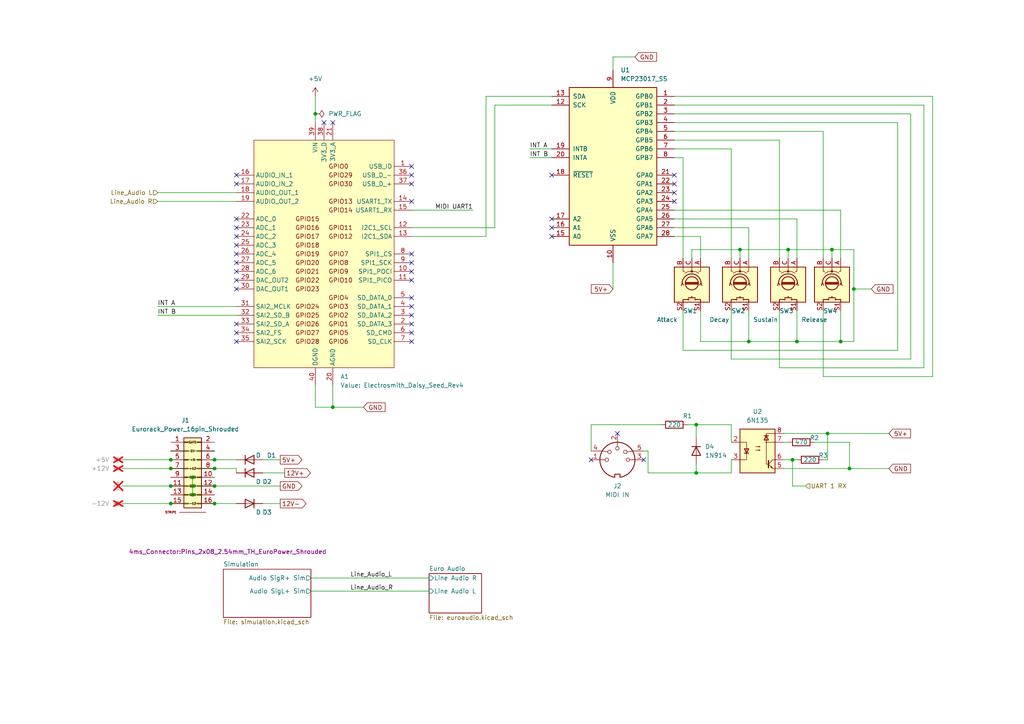
<source format=kicad_sch>
(kicad_sch (version 20230121) (generator eeschema)
  (paper "A4")
  (title_block (title "Daisy Seed FM Synth Eurorack Module") (rev "1.0"))
  (lib_symbols
    (symbol "Connector:DIN-5_180degree" (pin_names (offset 1.016))
      (property "Reference" "J" (at 3.175 5.715 0))
      (property "Value" "DIN-5_180degree" (at 0 -6.35 0))
      (symbol "DIN-5_180degree_0_1"
        (arc (start -5.08 0) (mid -3.8609 -3.3364) (end -0.762 -5.08) (stroke (width 0.254)))
        (circle (center -3.048 0) (radius 0.508))
        (circle (center -2.286 2.286) (radius 0.508))
        (polyline (pts (xy -5.08 0) (xy -3.556 0)))
        (polyline (pts (xy 0 5.08) (xy 0 3.81)))
        (polyline (pts (xy 5.08 0) (xy 3.556 0)))
        (polyline (pts (xy -5.08 2.54) (xy -4.318 2.54) (xy -2.794 2.286)))
        (polyline (pts (xy 5.08 2.54) (xy 4.318 2.54) (xy 2.794 2.286)))
        (polyline (pts (xy -0.762 -4.953) (xy -0.762 -4.191) (xy 0.762 -4.191) (xy 0.762 -4.953)) (stroke (width 0.254)))
        (circle (center 0 3.302) (radius 0.508))
        (arc (start 0.762 -5.08) (mid 3.8685 -3.343) (end 5.08 0) (stroke (width 0.254)))
        (circle (center 2.286 2.286) (radius 0.508))
        (circle (center 3.048 0) (radius 0.508))
        (arc (start 5.08 0) (mid 0 5.0579) (end -5.08 0) (stroke (width 0.254)))
      )
      (symbol "DIN-5_180degree_1_1"
        (pin passive line (at -7.62 0 0) (length 2.54) (name "~") (number "1"))
        (pin passive line (at 0 7.62 270) (length 2.54) (name "~") (number "2"))
        (pin passive line (at 7.62 0 180) (length 2.54) (name "~") (number "3"))
        (pin passive line (at -7.62 2.54 0) (length 2.54) (name "~") (number "4"))
        (pin passive line (at 7.62 2.54 180) (length 2.54) (name "~") (number "5"))
      )
    )
    (symbol "Device:D" (pin_numbers hide) (pin_names (offset 1.016) hide)
      (property "Reference" "D" (at 0 2.54 0))
      (property "Value" "D" (at 0 -2.54 0))
      (symbol "D_0_1"
        (polyline (pts (xy -1.27 1.27) (xy -1.27 -1.27)) (stroke (width 0.254)))
        (polyline (pts (xy 1.27 0) (xy -1.27 0)))
        (polyline (pts (xy 1.27 1.27) (xy 1.27 -1.27) (xy -1.27 0) (xy 1.27 1.27)) (stroke (width 0.254)))
      )
      (symbol "D_1_1"
        (pin passive line (at -3.81 0 0) (length 2.54) (name "K") (number "1"))
        (pin passive line (at 3.81 0 180) (length 2.54) (name "A") (number "2"))
      )
    )
    (symbol "Device:R" (pin_numbers hide) (pin_names (offset 0))
      (property "Reference" "R" (at 2.032 0 90))
      (property "Value" "R" (at 0 0 90))
      (symbol "R_0_1"
        (rectangle (start -1.016 -2.54) (end 1.016 2.54) (stroke (width 0.254)))
      )
      (symbol "R_1_1"
        (pin passive line (at 0 3.81 270) (length 1.27) (name "~") (number "1"))
        (pin passive line (at 0 -3.81 90) (length 1.27) (name "~") (number "2"))
      )
    )
    (symbol "Device:RotaryEncoder_Switch" (pin_names (offset 0.254) hide)
      (property "Reference" "SW" (at 0 6.604 0))
      (property "Value" "RotaryEncoder_Switch" (at 0 -6.604 0))
      (symbol "RotaryEncoder_Switch_0_1"
        (rectangle (start -5.08 5.08) (end 5.08 -5.08) (stroke (width 0.254)) (fill (type background)))
        (circle (center -3.81 0) (radius 0.254) (fill (type outline)))
        (circle (center -0.381 0) (radius 1.905) (stroke (width 0.254)))
        (arc (start -0.381 2.667) (mid -3.0988 -0.0635) (end -0.381 -2.794) (stroke (width 0.254)))
        (polyline (pts (xy -0.635 -1.778) (xy -0.635 1.778)) (stroke (width 0.254)))
        (polyline (pts (xy -0.381 -1.778) (xy -0.381 1.778)) (stroke (width 0.254)))
        (polyline (pts (xy -0.127 1.778) (xy -0.127 -1.778)) (stroke (width 0.254)))
        (polyline (pts (xy 3.81 0) (xy 3.429 0)) (stroke (width 0.254)))
        (polyline (pts (xy 3.81 1.016) (xy 3.81 -1.016)) (stroke (width 0.254)))
        (polyline (pts (xy -5.08 -2.54) (xy -3.81 -2.54) (xy -3.81 -2.032)))
        (polyline (pts (xy -5.08 2.54) (xy -3.81 2.54) (xy -3.81 2.032)))
        (polyline (pts (xy 0.254 -3.048) (xy -0.508 -2.794) (xy 0.127 -2.413)) (stroke (width 0.254)))
        (polyline (pts (xy 0.254 2.921) (xy -0.508 2.667) (xy 0.127 2.286)) (stroke (width 0.254)))
        (polyline (pts (xy 5.08 -2.54) (xy 4.318 -2.54) (xy 4.318 -1.016)) (stroke (width 0.254)))
        (polyline (pts (xy 5.08 2.54) (xy 4.318 2.54) (xy 4.318 1.016)) (stroke (width 0.254)))
        (polyline (pts (xy -5.08 0) (xy -3.81 0) (xy -3.81 -1.016) (xy -3.302 -2.032)))
        (polyline (pts (xy -4.318 0) (xy -3.81 0) (xy -3.81 1.016) (xy -3.302 2.032)))
        (circle (center 4.318 -1.016) (radius 0.127) (stroke (width 0.254)))
        (circle (center 4.318 1.016) (radius 0.127) (stroke (width 0.254)))
      )
      (symbol "RotaryEncoder_Switch_1_1"
        (pin passive line (at -7.62 2.54 0) (length 2.54) (name "A") (number "A"))
        (pin passive line (at -7.62 -2.54 0) (length 2.54) (name "B") (number "B"))
        (pin passive line (at -7.62 0 0) (length 2.54) (name "C") (number "C"))
        (pin passive line (at 7.62 2.54 180) (length 2.54) (name "S1") (number "S1"))
        (pin passive line (at 7.62 -2.54 180) (length 2.54) (name "S2") (number "S2"))
      )
    )
    (symbol "Diode:1N914" (pin_numbers hide) (pin_names hide)
      (property "Reference" "D" (at 0 2.54 0))
      (property "Value" "1N914" (at 0 -2.54 0))
      (symbol "1N914_0_1"
        (polyline (pts (xy -1.27 1.27) (xy -1.27 -1.27)) (stroke (width 0.254)))
        (polyline (pts (xy 1.27 0) (xy -1.27 0)))
        (polyline (pts (xy 1.27 1.27) (xy 1.27 -1.27) (xy -1.27 0) (xy 1.27 1.27)) (stroke (width 0.254)))
      )
      (symbol "1N914_1_1"
        (pin passive line (at -3.81 0 0) (length 2.54) (name "K") (number "1"))
        (pin passive line (at 3.81 0 180) (length 2.54) (name "A") (number "2"))
      )
    )
    (symbol "Interface_Expansion:MCP23017_SS" (pin_names (offset 1.016))
      (property "Reference" "U" (at -11.43 24.13 0))
      (property "Value" "MCP23017_SS" (at 0 0 0))
      (symbol "MCP23017_SS_0_1"
        (rectangle (start -12.7 22.86) (end 12.7 -22.86) (stroke (width 0.254)) (fill (type background)))
      )
      (symbol "MCP23017_SS_1_1"
        (pin bidirectional line (at 17.78 20.32 180) (length 5.08) (name "GPB0") (number "1"))
        (pin power_in line (at 0 -27.94 90) (length 5.08) (name "VSS") (number "10"))
        (pin no_connect line (at -12.7 15.24 0) (length 5.08) hide (name "NC") (number "11"))
        (pin input line (at -17.78 17.78 0) (length 5.08) (name "SCK") (number "12"))
        (pin bidirectional line (at -17.78 20.32 0) (length 5.08) (name "SDA") (number "13"))
        (pin no_connect line (at -12.7 12.7 0) (length 5.08) hide (name "NC") (number "14"))
        (pin input line (at -17.78 -20.32 0) (length 5.08) (name "A0") (number "15"))
        (pin input line (at -17.78 -17.78 0) (length 5.08) (name "A1") (number "16"))
        (pin input line (at -17.78 -15.24 0) (length 5.08) (name "A2") (number "17"))
        (pin input line (at -17.78 -2.54 0) (length 5.08) (name "~{RESET}") (number "18"))
        (pin tri_state line (at -17.78 5.08 0) (length 5.08) (name "INTB") (number "19"))
        (pin bidirectional line (at 17.78 17.78 180) (length 5.08) (name "GPB1") (number "2"))
        (pin tri_state line (at -17.78 2.54 0) (length 5.08) (name "INTA") (number "20"))
        (pin bidirectional line (at 17.78 -2.54 180) (length 5.08) (name "GPA0") (number "21"))
        (pin bidirectional line (at 17.78 -5.08 180) (length 5.08) (name "GPA1") (number "22"))
        (pin bidirectional line (at 17.78 -7.62 180) (length 5.08) (name "GPA2") (number "23"))
        (pin bidirectional line (at 17.78 -10.16 180) (length 5.08) (name "GPA3") (number "24"))
        (pin bidirectional line (at 17.78 -12.7 180) (length 5.08) (name "GPA4") (number "25"))
        (pin bidirectional line (at 17.78 -15.24 180) (length 5.08) (name "GPA5") (number "26"))
        (pin bidirectional line (at 17.78 -17.78 180) (length 5.08) (name "GPA6") (number "27"))
        (pin bidirectional line (at 17.78 -20.32 180) (length 5.08) (name "GPA7") (number "28"))
        (pin bidirectional line (at 17.78 15.24 180) (length 5.08) (name "GPB2") (number "3"))
        (pin bidirectional line (at 17.78 12.7 180) (length 5.08) (name "GPB3") (number "4"))
        (pin bidirectional line (at 17.78 10.16 180) (length 5.08) (name "GPB4") (number "5"))
        (pin bidirectional line (at 17.78 7.62 180) (length 5.08) (name "GPB5") (number "6"))
        (pin bidirectional line (at 17.78 5.08 180) (length 5.08) (name "GPB6") (number "7"))
        (pin bidirectional line (at 17.78 2.54 180) (length 5.08) (name "GPB7") (number "8"))
        (pin power_in line (at 0 27.94 270) (length 5.08) (name "VDD") (number "9"))
      )
    )
    (symbol "Isolator:6N135" (pin_names (offset 1.016))
      (property "Reference" "U" (at -5.08 7.62 0))
      (property "Value" "6N135" (at 0 7.62 0))
      (symbol "6N135_0_1"
        (rectangle (start -5.08 6.35) (end 5.08 -6.35) (stroke (width 0.254)) (fill (type background)))
        (polyline (pts (xy -3.81 -0.635) (xy -2.54 -0.635)) (stroke (width 0.254)))
        (polyline (pts (xy 1.905 4.445) (xy 3.175 4.445)) (stroke (width 0.254)))
        (polyline (pts (xy 3.175 -2.794) (xy 3.175 -4.826)) (stroke (width 0.3556)))
        (polyline (pts (xy 3.302 -3.937) (xy 4.445 -5.08)))
        (polyline (pts (xy 3.302 -3.683) (xy 4.445 -2.54)))
        (polyline (pts (xy 5.08 -5.08) (xy 4.445 -5.08)))
        (polyline (pts (xy 5.08 -2.54) (xy 4.445 -2.54)))
        (polyline (pts (xy 5.08 2.54) (xy 2.54 2.54)))
        (polyline (pts (xy -5.08 2.54) (xy -3.175 2.54) (xy -3.175 -2.54) (xy -5.08 -2.54)))
        (polyline (pts (xy -3.175 -0.635) (xy -3.81 0.635) (xy -2.54 0.635) (xy -3.175 -0.635)) (stroke (width 0.254)))
        (polyline (pts (xy 2.54 4.445) (xy 1.905 3.175) (xy 3.175 3.175) (xy 2.54 4.445)) (stroke (width 0.254)))
        (polyline (pts (xy 4.318 -4.953) (xy 4.064 -4.445) (xy 3.81 -4.699) (xy 4.318 -4.953)))
        (polyline (pts (xy 5.08 5.08) (xy 2.54 5.08) (xy 2.54 -3.81) (xy 3.175 -3.81)))
        (polyline (pts (xy -0.508 0.254) (xy 0.762 0.254) (xy 0.381 0.127) (xy 0.381 0.381) (xy 0.762 0.254)))
        (polyline (pts (xy -0.508 1.27) (xy 0.762 1.27) (xy 0.381 1.143) (xy 0.381 1.397) (xy 0.762 1.27)))
        (circle (center 2.54 2.54) (radius 0.127))
      )
      (symbol "6N135_1_1"
        (pin no_connect line (at -5.08 5.08 0) (length 2.54) hide (name "NC") (number "1"))
        (pin passive line (at -7.62 2.54 0) (length 2.54) (name "~") (number "2"))
        (pin passive line (at -7.62 -2.54 0) (length 2.54) (name "~") (number "3"))
        (pin no_connect line (at -5.08 -5.08 0) (length 2.54) hide (name "NC") (number "4"))
        (pin passive line (at 7.62 -5.08 180) (length 2.54) (name "~") (number "5"))
        (pin passive line (at 7.62 -2.54 180) (length 2.54) (name "~") (number "6"))
        (pin passive line (at 7.62 2.54 180) (length 2.54) (name "~") (number "7"))
        (pin passive line (at 7.62 5.08 180) (length 2.54) (name "~") (number "8"))
      )
    )
    (symbol "MCU_Module:Electrosmith_Daisy_Seed_Rev4"
      (property "Reference" "A" (at -20.32 34.29 0))
      (property "Value" "Electrosmith_Daisy_Seed_Rev4" (at 33.02 34.29 0))
      (symbol "Electrosmith_Daisy_Seed_Rev4_0_0"
        (text "GPIO0" (at 1.27 25.4 0) (effects (font (size 1.27 1.27)) (justify left)))
        (text "GPIO1" (at 1.27 -20.32 0) (effects (font (size 1.27 1.27)) (justify left)))
        (text "GPIO10" (at 1.27 -7.62 0) (effects (font (size 1.27 1.27)) (justify left)))
        (text "GPIO11" (at 1.27 7.62 0) (effects (font (size 1.27 1.27)) (justify left)))
        (text "GPIO12" (at 1.27 5.08 0) (effects (font (size 1.27 1.27)) (justify left)))
        (text "GPIO13" (at 1.27 15.24 0) (effects (font (size 1.27 1.27)) (justify left)))
        (text "GPIO14" (at 1.27 12.7 0) (effects (font (size 1.27 1.27)) (justify left)))
        (text "GPIO15" (at -1.27 10.16 0) (effects (font (size 1.27 1.27)) (justify right)))
        (text "GPIO16" (at -1.27 7.62 0) (effects (font (size 1.27 1.27)) (justify right)))
        (text "GPIO17" (at -1.27 5.08 0) (effects (font (size 1.27 1.27)) (justify right)))
        (text "GPIO18" (at -1.27 2.54 0) (effects (font (size 1.27 1.27)) (justify right)))
        (text "GPIO19" (at -1.27 0 0) (effects (font (size 1.27 1.27)) (justify right)))
        (text "GPIO2" (at 1.27 -17.78 0) (effects (font (size 1.27 1.27)) (justify left)))
        (text "GPIO20" (at -1.27 -2.54 0) (effects (font (size 1.27 1.27)) (justify right)))
        (text "GPIO21" (at -1.27 -5.08 0) (effects (font (size 1.27 1.27)) (justify right)))
        (text "GPIO22" (at -1.27 -7.62 0) (effects (font (size 1.27 1.27)) (justify right)))
        (text "GPIO23" (at -1.27 -10.16 0) (effects (font (size 1.27 1.27)) (justify right)))
        (text "GPIO24" (at -1.27 -15.24 0) (effects (font (size 1.27 1.27)) (justify right)))
        (text "GPIO25" (at -1.27 -17.78 0) (effects (font (size 1.27 1.27)) (justify right)))
        (text "GPIO26" (at -1.27 -20.32 0) (effects (font (size 1.27 1.27)) (justify right)))
        (text "GPIO27" (at -1.27 -22.86 0) (effects (font (size 1.27 1.27)) (justify right)))
        (text "GPIO28" (at -1.27 -25.4 0) (effects (font (size 1.27 1.27)) (justify right)))
        (text "GPIO29" (at 1.27 22.86 0) (effects (font (size 1.27 1.27)) (justify left)))
        (text "GPIO3" (at 1.27 -15.24 0) (effects (font (size 1.27 1.27)) (justify left)))
        (text "GPIO30" (at 1.27 20.32 0) (effects (font (size 1.27 1.27)) (justify left)))
        (text "GPIO4" (at 1.27 -12.7 0) (effects (font (size 1.27 1.27)) (justify left)))
        (text "GPIO5" (at 1.27 -22.86 0) (effects (font (size 1.27 1.27)) (justify left)))
        (text "GPIO6" (at 1.27 -25.4 0) (effects (font (size 1.27 1.27)) (justify left)))
        (text "GPIO7" (at 1.27 0 0) (effects (font (size 1.27 1.27)) (justify left)))
        (text "GPIO8" (at 1.27 -2.54 0) (effects (font (size 1.27 1.27)) (justify left)))
        (text "GPIO9" (at 1.27 -5.08 0) (effects (font (size 1.27 1.27)) (justify left)))
        (pin bidirectional line (at 25.4 25.4 180) (length 5.08) (name "USB_ID") (number "1"))
        (pin bidirectional line (at 25.4 -5.08 180) (length 5.08) (name "SPI1_POCI") (number "10"))
        (pin bidirectional line (at 25.4 -7.62 180) (length 5.08) (name "SPI1_PICO") (number "11"))
        (pin bidirectional line (at 25.4 7.62 180) (length 5.08) (name "I2C1_SCL") (number "12"))
        (pin bidirectional line (at 25.4 5.08 180) (length 5.08) (name "I2C1_SDA") (number "13"))
        (pin bidirectional line (at 25.4 15.24 180) (length 5.08) (name "USART1_TX") (number "14"))
        (pin bidirectional line (at 25.4 12.7 180) (length 5.08) (name "USART1_RX") (number "15"))
        (pin input line (at -25.4 22.86 0) (length 5.08) (name "AUDIO_IN_1") (number "16"))
        (pin input line (at -25.4 20.32 0) (length 5.08) (name "AUDIO_IN_2") (number "17"))
        (pin output line (at -25.4 17.78 0) (length 5.08) (name "AUDIO_OUT_1") (number "18"))
        (pin output line (at -25.4 15.24 0) (length 5.08) (name "AUDIO_OUT_2") (number "19"))
        (pin bidirectional line (at 25.4 -20.32 180) (length 5.08) (name "SD_DATA_3") (number "2"))
        (pin power_in line (at 2.54 -38.1 90) (length 5.08) (name "AGND") (number "20"))
        (pin power_out line (at 2.54 38.1 270) (length 5.08) (name "3V3_A") (number "21"))
        (pin bidirectional line (at -25.4 10.16 0) (length 5.08) (name "ADC_0") (number "22"))
        (pin bidirectional line (at -25.4 7.62 0) (length 5.08) (name "ADC_1") (number "23"))
        (pin bidirectional line (at -25.4 5.08 0) (length 5.08) (name "ADC_2") (number "24"))
        (pin bidirectional line (at -25.4 2.54 0) (length 5.08) (name "ADC_3") (number "25"))
        (pin bidirectional line (at -25.4 0 0) (length 5.08) (name "ADC_4") (number "26"))
        (pin bidirectional line (at -25.4 -2.54 0) (length 5.08) (name "ADC_5") (number "27"))
        (pin bidirectional line (at -25.4 -5.08 0) (length 5.08) (name "ADC_6") (number "28"))
        (pin bidirectional line (at -25.4 -7.62 0) (length 5.08) (name "DAC_OUT2") (number "29"))
        (pin bidirectional line (at 25.4 -17.78 180) (length 5.08) (name "SD_DATA_2") (number "3"))
        (pin bidirectional line (at -25.4 -10.16 0) (length 5.08) (name "DAC_OUT1") (number "30"))
        (pin bidirectional line (at -25.4 -15.24 0) (length 5.08) (name "SAI2_MCLK") (number "31"))
        (pin bidirectional line (at -25.4 -17.78 0) (length 5.08) (name "SAI2_SD_B") (number "32"))
        (pin bidirectional line (at -25.4 -20.32 0) (length 5.08) (name "SAI2_SD_A") (number "33"))
        (pin bidirectional line (at -25.4 -22.86 0) (length 5.08) (name "SAI2_FS") (number "34"))
        (pin bidirectional line (at -25.4 -25.4 0) (length 5.08) (name "SAI2_SCK") (number "35"))
        (pin bidirectional line (at 25.4 22.86 180) (length 5.08) (name "USB_D_-") (number "36"))
        (pin bidirectional line (at 25.4 20.32 180) (length 5.08) (name "USB_D_+") (number "37"))
        (pin power_out line (at 0 38.1 270) (length 5.08) (name "3V3_D") (number "38"))
        (pin power_in line (at -2.54 38.1 270) (length 5.08) (name "VIN") (number "39"))
        (pin bidirectional line (at 25.4 -15.24 180) (length 5.08) (name "SD_DATA_1") (number "4"))
        (pin power_in line (at -2.54 -38.1 90) (length 5.08) (name "DGND") (number "40"))
        (pin bidirectional line (at 25.4 -12.7 180) (length 5.08) (name "SD_DATA_0") (number "5"))
        (pin bidirectional line (at 25.4 -22.86 180) (length 5.08) (name "SD_CMD") (number "6"))
        (pin bidirectional line (at 25.4 -25.4 180) (length 5.08) (name "SD_CLK") (number "7"))
        (pin bidirectional line (at 25.4 0 180) (length 5.08) (name "SPI1_CS") (number "8"))
        (pin bidirectional line (at 25.4 -2.54 180) (length 5.08) (name "SPI1_SCK") (number "9"))
      )
      (symbol "Electrosmith_Daisy_Seed_Rev4_0_1"
        (rectangle (start -20.32 33.02) (end 20.32 -33.02) (fill (type background)))
      )
    )
    (symbol "PCM_4ms_Connector:Eurorack_Power_16pin_Shrouded" (pin_names (offset 0.0254) hide)
      (property "Reference" "J" (at 0 11.43 0))
      (property "Value" "Eurorack_Power_16pin_Shrouded" (at 0 13.97 0))
      (symbol "Eurorack_Power_16pin_Shrouded_0_0"
        (text "+12" (at 0 1.27 0) (effects (font (size 0.635 0.635))))
        (text "+5" (at 0 3.81 0) (effects (font (size 0.635 0.635))))
        (text "-12" (at 0 -8.89 0) (effects (font (size 0.635 0.635))))
        (text "CV" (at 0 6.35 0) (effects (font (size 0.635 0.635))))
        (text "GATE" (at 0 8.89 0) (effects (font (size 0.635 0.635))))
        (text "GND" (at 0 -6.35 0) (effects (font (size 0.635 0.635))))
        (text "GND" (at 0 -3.81 0) (effects (font (size 0.635 0.635))))
        (text "GND" (at 0 -1.27 0) (effects (font (size 0.635 0.635))))
        (text "STRIPE" (at -6.35 -11.43 0) (effects (font (size 0.635 0.635))))
      )
      (symbol "Eurorack_Power_16pin_Shrouded_0_1"
        (rectangle (start -2.54 -8.763) (end -1.27 -9.017))
        (rectangle (start -2.54 -6.223) (end -1.27 -6.477))
        (rectangle (start -2.54 -3.683) (end -1.27 -3.937))
        (rectangle (start -2.54 -1.143) (end -1.27 -1.397))
        (rectangle (start -2.54 1.397) (end -1.27 1.143))
        (rectangle (start -2.54 3.937) (end -1.27 3.683))
        (rectangle (start -2.54 6.477) (end -1.27 6.223))
        (rectangle (start -2.54 9.017) (end -1.27 8.763))
        (rectangle (start -2.54 10.16) (end 2.54 -10.16) (stroke (width 0.254)) (fill (type background)))
        (polyline (pts (xy -3.81 -11.43) (xy 3.81 -11.43) (xy 1.27 -11.43)))
        (rectangle (start 1.27 -8.763) (end 2.54 -9.017))
        (rectangle (start 1.27 -6.223) (end 2.54 -6.477))
        (rectangle (start 1.27 -3.683) (end 2.54 -3.937))
        (rectangle (start 1.27 -1.143) (end 2.54 -1.397))
        (rectangle (start 1.27 1.397) (end 2.54 1.143))
        (rectangle (start 1.27 3.937) (end 2.54 3.683))
        (rectangle (start 1.27 6.477) (end 2.54 6.223))
        (rectangle (start 1.27 9.017) (end 2.54 8.763))
      )
      (symbol "Eurorack_Power_16pin_Shrouded_1_1"
        (pin passive line (at -6.35 8.89 0) (length 3.81) (name "P1") (number "1"))
        (pin passive line (at 6.35 -1.27 180) (length 3.81) (name "GND") (number "10"))
        (pin passive line (at -6.35 -3.81 0) (length 3.81) (name "GND") (number "11"))
        (pin passive line (at 6.35 -3.81 180) (length 3.81) (name "GND") (number "12"))
        (pin passive line (at -6.35 -6.35 0) (length 3.81) (name "-12") (number "13"))
        (pin passive line (at 6.35 -6.35 180) (length 3.81) (name "-12V") (number "14"))
        (pin passive line (at -6.35 -8.89 0) (length 3.81) (name "-12V") (number "15"))
        (pin passive line (at 6.35 -8.89 180) (length 3.81) (name "P16") (number "16"))
        (pin passive line (at 6.35 8.89 180) (length 3.81) (name "P2") (number "2"))
        (pin passive line (at -6.35 6.35 0) (length 3.81) (name "P3") (number "3"))
        (pin passive line (at 6.35 6.35 180) (length 3.81) (name "P4") (number "4"))
        (pin passive line (at -6.35 3.81 0) (length 3.81) (name "+12V") (number "5"))
        (pin passive line (at 6.35 3.81 180) (length 3.81) (name "P6") (number "6"))
        (pin passive line (at -6.35 1.27 0) (length 3.81) (name "12V") (number "7"))
        (pin passive line (at 6.35 1.27 180) (length 3.81) (name "+12V") (number "8"))
        (pin passive line (at -6.35 -1.27 0) (length 3.81) (name "GND") (number "9"))
      )
    )
    (symbol "power:+12V" (power) (pin_names (offset 0))
      (property "Value" "+12V" (at 0 3.556 0))
      (symbol "+12V_0_1"
        (polyline (pts (xy -0.762 1.27) (xy 0 2.54)))
        (polyline (pts (xy 0 0) (xy 0 2.54)))
        (polyline (pts (xy 0 2.54) (xy 0.762 1.27)))
      )
      (symbol "+12V_1_1"
        (pin power_in line (at 0 0 90) (length 0) hide (name "+12V") (number "1"))
      )
    )
    (symbol "power:+5V" (power) (pin_names (offset 0))
      (property "Value" "+5V" (at 0 3.556 0))
      (symbol "+5V_0_1"
        (polyline (pts (xy -0.762 1.27) (xy 0 2.54)))
        (polyline (pts (xy 0 0) (xy 0 2.54)))
        (polyline (pts (xy 0 2.54) (xy 0.762 1.27)))
      )
      (symbol "+5V_1_1"
        (pin power_in line (at 0 0 90) (length 0) hide (name "+5V") (number "1"))
      )
    )
    (symbol "power:-12V" (power) (pin_names (offset 0))
      (property "Value" "-12V" (at 0 3.81 0))
      (symbol "-12V_0_0"
        (pin power_in line (at 0 0 90) (length 0) hide (name "-12V") (number "1"))
      )
      (symbol "-12V_0_1"
        (polyline (pts (xy 0 0) (xy 0 1.27) (xy 0.762 1.27) (xy 0 2.54) (xy -0.762 1.27) (xy 0 1.27)) (fill (type outline)))
      )
    )
    (symbol "power:GND" (power) (pin_names (offset 0))
      (property "Value" "GND" (at 0 -3.81 0))
      (symbol "GND_0_1"
        (polyline (pts (xy 0 0) (xy 0 -1.27) (xy 1.27 -1.27) (xy 0 -2.54) (xy -1.27 -1.27) (xy 0 -1.27)))
      )
      (symbol "GND_1_1"
        (pin power_in line (at 0 0 270) (length 0) hide (name "GND") (number "1"))
      )
    )
    (symbol "power:PWR_FLAG" (power) (pin_numbers hide) (pin_names (offset 0) hide)
      (property "Value" "PWR_FLAG" (at 0 3.81 0))
      (symbol "PWR_FLAG_0_0"
        (pin power_out line (at 0 0 90) (length 0) (name "pwr") (number "1"))
      )
      (symbol "PWR_FLAG_0_1"
        (polyline (pts (xy 0 0) (xy 0 1.27) (xy -1.016 1.905) (xy 0 2.54) (xy 1.016 1.905) (xy 0 1.27)))
      )
    )
  )
  (junction (at 229.87 133.35))
  (junction (at 240.03 125.73))
  (junction (at 96.52 118.11))
  (junction (at 243.84 99.06))
  (junction (at 201.93 137.16))
  (junction (at 214.63 72.39))
  (junction (at 55.88 138.43))
  (junction (at 62.23 140.97))
  (junction (at 62.23 146.05))
  (junction (at 247.65 83.82))
  (junction (at 91.44 33.02))
  (junction (at 217.17 99.06))
  (junction (at 49.53 133.35))
  (junction (at 228.6 72.39))
  (junction (at 62.23 133.35))
  (junction (at 62.23 135.89))
  (junction (at 241.3 72.39))
  (junction (at 49.53 146.05))
  (junction (at 231.14 99.06))
  (junction (at 49.53 140.97))
  (junction (at 201.93 123.19))
  (junction (at 55.88 140.97))
  (junction (at 49.53 135.89))
  (junction (at 55.88 143.51))
  (junction (at 246.38 135.89))
  (no_connect (at 68.58 83.82))
  (no_connect (at 68.58 99.06))
  (no_connect (at 68.58 71.12))
  (no_connect (at 68.58 96.52))
  (no_connect (at 119.38 96.52))
  (no_connect (at 119.38 91.44))
  (no_connect (at 68.58 68.58))
  (no_connect (at 195.58 58.42))
  (no_connect (at 68.58 50.8))
  (no_connect (at 119.38 53.34))
  (no_connect (at 119.38 99.06))
  (no_connect (at 186.69 133.35))
  (no_connect (at 160.02 63.5))
  (no_connect (at 119.38 78.74))
  (no_connect (at 119.38 86.36))
  (no_connect (at 195.58 50.8))
  (no_connect (at 119.38 50.8))
  (no_connect (at 68.58 81.28))
  (no_connect (at 119.38 73.66))
  (no_connect (at 160.02 66.04))
  (no_connect (at 68.58 78.74))
  (no_connect (at 171.45 133.35))
  (no_connect (at 68.58 76.2))
  (no_connect (at 195.58 55.88))
  (no_connect (at 119.38 81.28))
  (no_connect (at 179.07 125.73))
  (no_connect (at 160.02 68.58))
  (no_connect (at 119.38 76.2))
  (no_connect (at 195.58 53.34))
  (no_connect (at 119.38 48.26))
  (no_connect (at 68.58 66.04))
  (no_connect (at 68.58 73.66))
  (no_connect (at 160.02 50.8))
  (no_connect (at 93.98 35.56))
  (no_connect (at 119.38 58.42))
  (no_connect (at 119.38 88.9))
  (no_connect (at 68.58 93.98))
  (no_connect (at 96.52 35.56))
  (no_connect (at 68.58 53.34))
  (no_connect (at 119.38 93.98))
  (no_connect (at 68.58 63.5))
  (wire (pts (xy 45.72 88.9) (xy 68.58 88.9)))
  (wire (pts (xy 76.2 133.35) (xy 81.28 133.35)))
  (wire (pts (xy 62.23 133.35) (xy 68.58 133.35)))
  (wire (pts (xy 238.76 109.22) (xy 270.51 109.22)))
  (wire (pts (xy 231.14 90.17) (xy 231.14 99.06)))
  (wire (pts (xy 203.2 99.06) (xy 217.17 99.06)))
  (wire (pts (xy 201.93 123.19) (xy 201.93 127)))
  (wire (pts (xy 153.67 43.18) (xy 160.02 43.18)))
  (wire (pts (xy 45.72 55.88) (xy 68.58 55.88)))
  (wire (pts (xy 247.65 83.82) (xy 252.73 83.82)))
  (wire (pts (xy 243.84 90.17) (xy 243.84 99.06)))
  (wire (pts (xy 247.65 83.82) (xy 247.65 99.06)))
  (wire (pts (xy 45.72 91.44) (xy 68.58 91.44)))
  (wire (pts (xy 35.56 135.89) (xy 49.53 135.89)))
  (wire (pts (xy 270.51 109.22) (xy 270.51 27.94)))
  (wire (pts (xy 214.63 72.39) (xy 228.6 72.39)))
  (wire (pts (xy 227.33 135.89) (xy 246.38 135.89)))
  (wire (pts (xy 231.14 74.93) (xy 231.14 63.5)))
  (wire (pts (xy 177.8 76.2) (xy 177.8 83.82)))
  (wire (pts (xy 91.44 111.76) (xy 91.44 118.11)))
  (wire (pts (xy 199.39 123.19) (xy 201.93 123.19)))
  (wire (pts (xy 195.58 60.96) (xy 243.84 60.96)))
  (wire (pts (xy 49.53 146.05) (xy 62.23 146.05)))
  (wire (pts (xy 187.96 130.81) (xy 187.96 137.16)))
  (wire (pts (xy 243.84 99.06) (xy 247.65 99.06)))
  (wire (pts (xy 203.2 74.93) (xy 203.2 68.58)))
  (wire (pts (xy 49.53 133.35) (xy 62.23 133.35)))
  (wire (pts (xy 241.3 72.39) (xy 247.65 72.39)))
  (wire (pts (xy 35.56 146.05) (xy 49.53 146.05)))
  (wire (pts (xy 62.23 140.97) (xy 81.28 140.97)))
  (wire (pts (xy 140.97 27.94) (xy 140.97 68.58)))
  (wire (pts (xy 212.09 104.14) (xy 264.16 104.14)))
  (wire (pts (xy 257.81 135.89) (xy 246.38 135.89)))
  (wire (pts (xy 240.03 133.35) (xy 240.03 125.73)))
  (wire (pts (xy 267.97 106.68) (xy 267.97 30.48)))
  (wire (pts (xy 49.53 128.27) (xy 62.23 128.27)))
  (wire (pts (xy 217.17 99.06) (xy 231.14 99.06)))
  (wire (pts (xy 227.33 128.27) (xy 228.6 128.27)))
  (wire (pts (xy 91.44 118.11) (xy 96.52 118.11)))
  (wire (pts (xy 212.09 74.93) (xy 212.09 43.18)))
  (wire (pts (xy 195.58 27.94) (xy 270.51 27.94)))
  (wire (pts (xy 68.58 137.16) (xy 68.58 135.89)))
  (wire (pts (xy 55.88 143.51) (xy 62.23 143.51)))
  (wire (pts (xy 49.53 140.97) (xy 55.88 140.97)))
  (wire (pts (xy 119.38 68.58) (xy 140.97 68.58)))
  (wire (pts (xy 226.06 40.64) (xy 195.58 40.64)))
  (wire (pts (xy 212.09 133.35) (xy 212.09 137.16)))
  (wire (pts (xy 195.58 63.5) (xy 231.14 63.5)))
  (wire (pts (xy 240.03 125.73) (xy 257.81 125.73)))
  (wire (pts (xy 227.33 125.73) (xy 240.03 125.73)))
  (wire (pts (xy 76.2 146.05) (xy 81.28 146.05)))
  (wire (pts (xy 198.12 74.93) (xy 198.12 45.72)))
  (wire (pts (xy 228.6 72.39) (xy 228.6 74.93)))
  (wire (pts (xy 247.65 72.39) (xy 247.65 83.82)))
  (wire (pts (xy 49.53 135.89) (xy 62.23 135.89)))
  (wire (pts (xy 187.96 137.16) (xy 201.93 137.16)))
  (wire (pts (xy 49.53 143.51) (xy 55.88 143.51)))
  (wire (pts (xy 201.93 134.62) (xy 201.93 137.16)))
  (wire (pts (xy 231.14 133.35) (xy 229.87 133.35)))
  (wire (pts (xy 91.44 33.02) (xy 91.44 35.56)))
  (wire (pts (xy 226.06 90.17) (xy 226.06 106.68)))
  (wire (pts (xy 212.09 90.17) (xy 212.09 104.14)))
  (wire (pts (xy 229.87 140.97) (xy 233.68 140.97)))
  (wire (pts (xy 35.56 140.97) (xy 49.53 140.97)))
  (wire (pts (xy 260.35 101.6) (xy 260.35 35.56)))
  (wire (pts (xy 214.63 72.39) (xy 214.63 74.93)))
  (wire (pts (xy 246.38 128.27) (xy 246.38 135.89)))
  (wire (pts (xy 241.3 72.39) (xy 241.3 74.93)))
  (wire (pts (xy 229.87 133.35) (xy 227.33 133.35)))
  (wire (pts (xy 203.2 90.17) (xy 203.2 99.06)))
  (wire (pts (xy 55.88 138.43) (xy 62.23 138.43)))
  (wire (pts (xy 212.09 43.18) (xy 195.58 43.18)))
  (wire (pts (xy 62.23 146.05) (xy 68.58 146.05)))
  (wire (pts (xy 229.87 133.35) (xy 229.87 140.97)))
  (wire (pts (xy 198.12 90.17) (xy 198.12 101.6)))
  (wire (pts (xy 195.58 30.48) (xy 267.97 30.48)))
  (wire (pts (xy 243.84 74.93) (xy 243.84 60.96)))
  (wire (pts (xy 238.76 38.1) (xy 195.58 38.1)))
  (wire (pts (xy 195.58 35.56) (xy 260.35 35.56)))
  (wire (pts (xy 236.22 128.27) (xy 246.38 128.27)))
  (wire (pts (xy 153.67 45.72) (xy 160.02 45.72)))
  (wire (pts (xy 68.58 135.89) (xy 62.23 135.89)))
  (wire (pts (xy 55.88 140.97) (xy 62.23 140.97)))
  (wire (pts (xy 49.53 138.43) (xy 55.88 138.43)))
  (wire (pts (xy 228.6 72.39) (xy 241.3 72.39)))
  (wire (pts (xy 217.17 90.17) (xy 217.17 99.06)))
  (wire (pts (xy 198.12 101.6) (xy 260.35 101.6)))
  (wire (pts (xy 160.02 27.94) (xy 140.97 27.94)))
  (wire (pts (xy 143.51 66.04) (xy 119.38 66.04)))
  (wire (pts (xy 200.66 74.93) (xy 200.66 72.39)))
  (wire (pts (xy 55.88 140.97) (xy 55.88 143.51)))
  (wire (pts (xy 264.16 104.14) (xy 264.16 33.02)))
  (wire (pts (xy 231.14 99.06) (xy 243.84 99.06)))
  (wire (pts (xy 177.8 16.51) (xy 177.8 20.32)))
  (wire (pts (xy 238.76 74.93) (xy 238.76 38.1)))
  (wire (pts (xy 49.53 130.81) (xy 62.23 130.81)))
  (wire (pts (xy 171.45 123.19) (xy 191.77 123.19)))
  (wire (pts (xy 90.17 171.45) (xy 124.46 171.45)))
  (wire (pts (xy 160.02 30.48) (xy 143.51 30.48)))
  (wire (pts (xy 35.56 133.35) (xy 49.53 133.35)))
  (wire (pts (xy 96.52 111.76) (xy 96.52 118.11)))
  (wire (pts (xy 195.58 33.02) (xy 264.16 33.02)))
  (wire (pts (xy 200.66 72.39) (xy 214.63 72.39)))
  (wire (pts (xy 143.51 30.48) (xy 143.51 66.04)))
  (wire (pts (xy 201.93 137.16) (xy 212.09 137.16)))
  (wire (pts (xy 96.52 118.11) (xy 105.41 118.11)))
  (wire (pts (xy 171.45 130.81) (xy 171.45 123.19)))
  (wire (pts (xy 238.76 90.17) (xy 238.76 109.22)))
  (wire (pts (xy 203.2 68.58) (xy 195.58 68.58)))
  (wire (pts (xy 91.44 27.94) (xy 91.44 33.02)))
  (wire (pts (xy 137.16 60.96) (xy 119.38 60.96)))
  (wire (pts (xy 217.17 74.93) (xy 217.17 66.04)))
  (wire (pts (xy 177.8 16.51) (xy 184.15 16.51)))
  (wire (pts (xy 90.17 167.64) (xy 124.46 167.64)))
  (wire (pts (xy 195.58 66.04) (xy 217.17 66.04)))
  (wire (pts (xy 201.93 123.19) (xy 212.09 123.19)))
  (wire (pts (xy 186.69 130.81) (xy 187.96 130.81)))
  (wire (pts (xy 198.12 45.72) (xy 195.58 45.72)))
  (wire (pts (xy 76.2 137.16) (xy 82.55 137.16)))
  (wire (pts (xy 45.72 58.42) (xy 68.58 58.42)))
  (wire (pts (xy 226.06 74.93) (xy 226.06 40.64)))
  (wire (pts (xy 238.76 133.35) (xy 240.03 133.35)))
  (wire (pts (xy 226.06 106.68) (xy 267.97 106.68)))
  (wire (pts (xy 212.09 123.19) (xy 212.09 128.27)))
  (wire (pts (xy 55.88 138.43) (xy 55.88 140.97)))
  (label "Line_Audio_R" (at 101.6 171.45 0))
  (label "INT A" (at 153.67 43.18 0))
  (label "Line_Audio_L" (at 101.6 167.64 0))
  (label "MIDI UART1" (at 137.16 60.96 180))
  (label "INT A" (at 45.72 88.9 0))
  (label "INT B" (at 153.67 45.72 0))
  (label "INT B" (at 45.72 91.44 0))
  (global_label "GND" (shape input) (at 252.73 83.82 0) (property "Intersheetrefs" "${INTERSHEET_REFS}" (effects hide)))
  (global_label "GND" (shape input) (at 184.15 16.51 0) (property "Intersheetrefs" "${INTERSHEET_REFS}" (effects hide)))
  (global_label "12V-" (shape output) (at 81.28 146.05 0) (property "Intersheetrefs" "${INTERSHEET_REFS}" (effects hide)))
  (global_label "5V+" (shape input) (at 177.8 83.82 180) (property "Intersheetrefs" "${INTERSHEET_REFS}" (effects hide)))
  (global_label "GND" (shape output) (at 81.28 140.97 0) (property "Intersheetrefs" "${INTERSHEET_REFS}" (effects hide)))
  (global_label "GND" (shape input) (at 257.81 135.89 0) (property "Intersheetrefs" "${INTERSHEET_REFS}" (effects hide)))
  (global_label "5V+" (shape input) (at 257.81 125.73 0) (property "Intersheetrefs" "${INTERSHEET_REFS}" (effects hide)))
  (global_label "12V+" (shape output) (at 82.55 137.16 0) (property "Intersheetrefs" "${INTERSHEET_REFS}" (effects hide)))
  (global_label "GND" (shape input) (at 105.41 118.11 0) (property "Intersheetrefs" "${INTERSHEET_REFS}" (effects hide)))
  (global_label "5V+" (shape output) (at 81.28 133.35 0) (property "Intersheetrefs" "${INTERSHEET_REFS}" (effects hide)))
  (hierarchical_label "UART 1 RX" (shape input) (at 233.68 140.97 0))
  (hierarchical_label "Line_Audio R" (shape input) (at 45.72 58.42 180))
  (hierarchical_label "Line_Audio L" (shape input) (at 45.72 55.88 180))
  (symbol (lib_id "Device:RotaryEncoder_Switch") (at 228.6 82.55 270) (unit 1)
    (property "Reference" "SW3" (at 226.06 90.17 90) (effects (justify left)))
    (property "Value" "Sustain" (at 218.44 92.71 90) (effects (justify left)))
    (property "Footprint" "Rotary_Encoder:RotaryEncoder_Alps_EC11E-Switch_Vertical_H20mm" (effects hide))
    (property "Sim.Enable" "0" (effects hide))
  )
  (symbol (lib_id "MCU_Module:Electrosmith_Daisy_Seed_Rev4") (at 93.98 73.66 0) (unit 1)
    (property "Reference" "A1" (at 98.7141 109.22 0) (effects (justify left)))
    (property "Value" "Electrosmith_Daisy_Seed_Rev4" (at 98.7141 111.76 0) (show_name) (effects (justify left)))
    (property "Footprint" "Module:Electrosmith_Daisy_Seed" (effects hide))
    (property "Datasheet" "https://static1.squarespace.com/static/58d03fdc1b10e3bf442567b8/t/6227e6236f02fb68d1577146/1646781988478/Daisy_Seed_datasheet_v1.0.3.pdf" (effects hide))
    (property "Sim.Enable" "0" (effects hide))
  )
  (symbol (lib_id "power:+5V") (at 35.56 133.35 90) (unit 1) (on_board no) (dnp yes)
    (property "Reference" "#PWR01" (effects hide))
    (property "Value" "+5V" (at 31.75 133.35 90) (effects (justify left)))
  )
  (symbol (lib_id "Device:R") (at 195.58 123.19 270) (unit 1)
    (property "Reference" "R1" (at 199.39 120.65 90))
    (property "Value" "220" (at 195.58 123.19 90))
    (property "Footprint" "Resistor_THT:R_Axial_DIN0204_L3.6mm_D1.6mm_P2.54mm_Vertical" (effects hide))
  )
  (symbol (lib_id "Device:D") (at 72.39 133.35 0) (unit 1)
    (property "Reference" "D1" (at 78.74 132.08 0))
    (property "Value" "D" (at 74.93 132.08 0))
    (property "Footprint" "Diode_THT:D_DO-15_P2.54mm_Vertical_KathodeUp" (effects hide))
    (property "Sim.Device" "D" (effects hide))
    (property "Sim.Pins" "1=K 2=A" (effects hide))
  )
  (symbol (lib_id "Diode:1N914") (at 201.93 130.81 270) (unit 1)
    (property "Reference" "D4" (at 204.47 129.54 90) (effects (justify left)))
    (property "Value" "1N914" (at 204.47 132.08 90) (effects (justify left)))
    (property "Footprint" "Diode_THT:D_DO-35_SOD27_P7.62mm_Horizontal" (effects hide))
    (property "Datasheet" "http://www.vishay.com/docs/85622/1n914.pdf" (effects hide))
    (property "Sim.Device" "D" (effects hide))
    (property "Sim.Pins" "1=K 2=A" (effects hide))
  )
  (symbol (lib_id "Device:RotaryEncoder_Switch") (at 200.66 82.55 270) (unit 1)
    (property "Reference" "SW1" (at 198.12 90.17 90) (effects (justify left)))
    (property "Value" "Attack" (at 190.5 92.71 90) (effects (justify left)))
    (property "Footprint" "Rotary_Encoder:RotaryEncoder_Alps_EC11E-Switch_Vertical_H20mm" (effects hide))
    (property "Sim.Enable" "0" (effects hide))
  )
  (symbol (lib_id "Connector:DIN-5_180degree") (at 179.07 133.35 0) (unit 1)
    (property "Reference" "J2" (at 179.0701 140.97 0))
    (property "Value" "MIDI IN" (at 179.0701 143.51 0))
    (property "Footprint" "Connector_Molex:Molex_KK-254_AE-6410-05A_1x05_P2.54mm_Vertical" (effects hide))
    (property "Datasheet" "http://www.mouser.com/ds/2/18/40_c091_abd_e-75918.pdf" (effects hide))
    (property "Sim.Enable" "0" (effects hide))
  )
  (symbol (lib_id "Device:RotaryEncoder_Switch") (at 241.3 82.55 270) (unit 1)
    (property "Reference" "SW4" (at 238.76 90.17 90) (effects (justify left)))
    (property "Value" "Release" (at 232.41 92.71 90) (effects (justify left)))
    (property "Footprint" "Rotary_Encoder:RotaryEncoder_Alps_EC11E-Switch_Vertical_H20mm" (effects hide))
    (property "Sim.Enable" "0" (effects hide))
  )
  (symbol (lib_id "Device:D") (at 72.39 137.16 0) (unit 1)
    (property "Reference" "D2" (at 77.47 139.7 0))
    (property "Value" "D" (at 74.93 139.7 0))
    (property "Footprint" "Diode_THT:D_A-405_P2.54mm_Vertical_KathodeUp" (effects hide))
    (property "Sim.Device" "D" (effects hide))
    (property "Sim.Pins" "1=K 2=A" (effects hide))
  )
  (symbol (lib_id "power:+12V") (at 35.56 135.89 90) (unit 1) (on_board no) (dnp yes)
    (property "Reference" "#PWR02" (effects hide))
    (property "Value" "+12V" (at 31.75 135.89 90) (effects (justify left)))
  )
  (symbol (lib_id "Device:R") (at 232.41 128.27 270) (unit 1)
    (property "Reference" "R2" (at 236.22 127 90))
    (property "Value" "470" (at 232.41 128.27 90) (effects (font (size 1.25 1.25))))
    (property "Footprint" "Resistor_THT:R_Axial_DIN0204_L3.6mm_D1.6mm_P2.54mm_Vertical" (effects hide))
  )
  (symbol (lib_id "Interface_Expansion:MCP23017_SS") (at 177.8 48.26 0) (unit 1)
    (property "Reference" "U1" (at 179.9941 20.32 0) (effects (justify left)))
    (property "Value" "MCP23017_SS" (at 179.9941 22.86 0) (effects (justify left)))
    (property "Footprint" "Package_SO:SSOP-28_5.3x10.2mm_P0.65mm" (effects hide))
    (property "Datasheet" "http://ww1.microchip.com/downloads/en/DeviceDoc/20001952C.pdf" (effects hide))
    (property "Sim.Enable" "0" (effects hide))
  )
  (symbol (lib_id "power:-12V") (at 35.56 146.05 90) (unit 1) (on_board no) (dnp yes)
    (property "Reference" "#PWR04" (effects hide))
    (property "Value" "-12V" (at 31.75 146.05 90) (effects (justify left)))
  )
  (symbol (lib_id "power:PWR_FLAG") (at 91.44 33.02 270) (unit 1)
    (property "Reference" "#FLG01" (effects hide))
    (property "Value" "PWR_FLAG" (at 95.25 33.02 90) (effects (justify left)))
  )
  (symbol (lib_id "Device:R") (at 234.95 133.35 270) (unit 1)
    (property "Reference" "R3" (at 238.76 132.08 90))
    (property "Value" "220" (at 234.95 133.35 90) (effects (font (size 1.25 1.25))))
    (property "Footprint" "Resistor_THT:R_Axial_DIN0204_L3.6mm_D1.6mm_P2.54mm_Vertical" (effects hide))
  )
  (symbol (lib_id "Device:RotaryEncoder_Switch") (at 214.63 82.55 270) (unit 1)
    (property "Reference" "SW2" (at 212.09 90.17 90) (effects (justify left)))
    (property "Value" "Decay" (at 205.74 92.71 90) (effects (justify left)))
    (property "Footprint" "Rotary_Encoder:RotaryEncoder_Alps_EC11E-Switch_Vertical_H20mm" (effects hide))
    (property "Sim.Enable" "0" (effects hide))
  )
  (symbol (lib_id "PCM_4ms_Connector:Eurorack_Power_16pin_Shrouded") (at 55.88 137.16 0) (unit 1)
    (property "Reference" "J1" (at 53.7733 121.92 0))
    (property "Value" "Eurorack_Power_16pin_Shrouded" (at 53.7733 124.46 0))
    (property "Footprint" "4ms_Connector:Pins_2x08_2.54mm_TH_EuroPower_Shrouded" (at 66.04 160.02 0))
    (property "Specifications" "Header, Male Pins, 2*8, spacing 2.54mm, straight pin, shrouded and keyed" (effects hide))
    (property "Manufacturer" "Cixi LanLing" (effects hide))
    (property "Part Number" "LL1007-1 (2*8 HITEMP)" (effects hide))
  )
  (symbol (lib_id "power:GND") (at 35.56 140.97 270) (mirror x) (unit 1) (on_board no) (dnp yes)
    (property "Reference" "#PWR03" (effects hide))
    (property "Value" "GND" (effects hide))
    (property "Sim.Enable" "0" (effects hide))
  )
  (symbol (lib_id "power:+5V") (at 91.44 27.94 0) (unit 1)
    (property "Reference" "#PWR05" (effects hide))
    (property "Value" "+5V" (at 91.44 22.86 0))
    (property "Sim.Device" "V" (effects hide))
    (property "Sim.Type" "DC" (effects hide))
    (property "Sim.Pins" "1=+" (effects hide))
    (property "Sim.Params" "dc=\"\"" (effects hide))
  )
  (symbol (lib_id "Device:D") (at 72.39 146.05 180) (unit 1)
    (property "Reference" "D3" (at 77.47 148.59 0))
    (property "Value" "D" (at 74.93 148.59 0))
    (property "Footprint" "Diode_THT:D_A-405_P2.54mm_Vertical_KathodeUp" (effects hide))
    (property "Sim.Device" "D" (effects hide))
    (property "Sim.Pins" "1=K 2=A" (effects hide))
  )
  (symbol (lib_id "Isolator:6N135") (at 219.71 130.81 0) (unit 1)
    (property "Reference" "U2" (at 219.71 119.38 0))
    (property "Value" "6N135" (at 219.71 121.92 0))
    (property "Footprint" "Package_DIP:DIP-8_W7.62mm" (effects hide))
    (property "Datasheet" "https://optoelectronics.liteon.com/upload/download/DS70-2008-0032/6N135-L%206N136-L%20series.pdf" (effects hide))
    (property "Sim.Enable" "0" (effects hide))
  )
  (sheet (at 64.77 165.1) (size 25.4 13.97) (stroke (width 0.1524))
    (property "Sheetname" "Simulation" (at 64.77 164.3884 0) (effects (justify left bottom)))
    (property "Sheetfile" "simulation.kicad_sch" (at 64.77 179.6546 0) (effects (justify left top)))
    (pin "Audio SigL+ Sim" output (at 90.17 171.45 0))
    (pin "Audio SigR+ Sim" output (at 90.17 167.64 0))
  )
  (sheet (at 124.46 166.37) (size 15.24 11.43) (stroke (width 0.1524))
    (property "Sheetname" "Euro Audio" (at 124.46 165.6584 0) (effects (justify left bottom)))
    (property "Sheetfile" "euroaudio.kicad_sch" (at 124.46 178.3846 0) (effects (justify left top)))
    (pin "Line Audio L" input (at 124.46 171.45 180))
    (pin "Line Audio R" input (at 124.46 167.64 180))
  )
)
</source>
